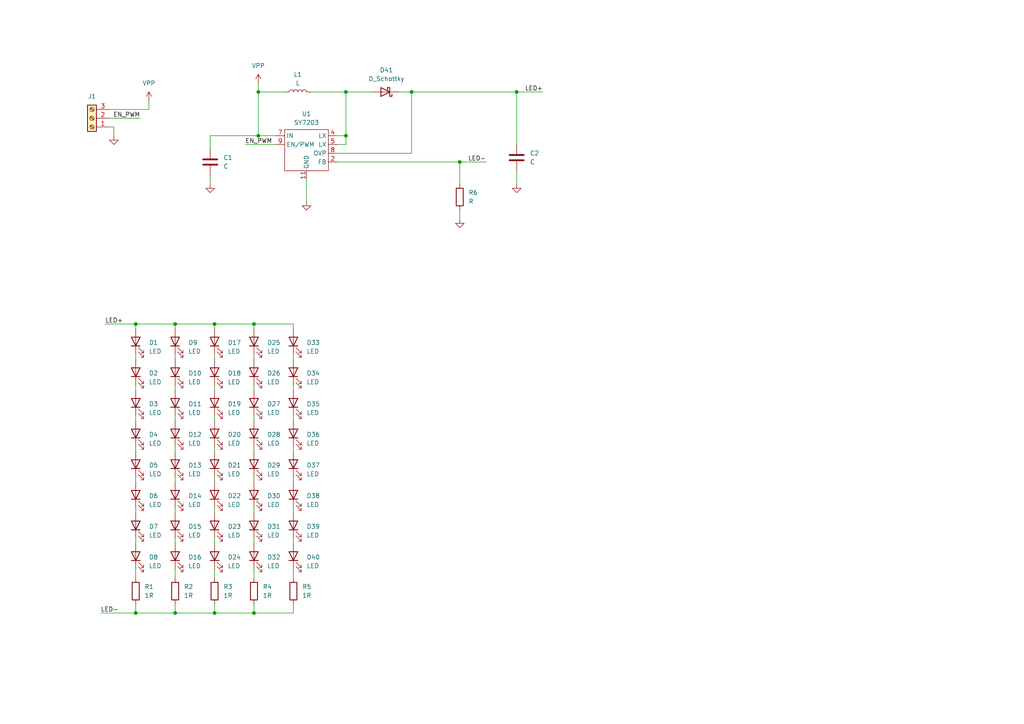
<source format=kicad_sch>
(kicad_sch (version 20231120) (generator "eeschema") (generator_version "8.0")
  (paper "A4")
  (lib_symbols
    (symbol "Connector:Screw_Terminal_01x03" (pin_names (offset 1.016) hide)
      (property "Reference" "J" (at 0 5.08 0))
      (property "Value" "Screw_Terminal_01x03" (at 0 -5.08 0))
      (symbol "Screw_Terminal_01x03_1_1"
        (rectangle (start -1.27 3.81) (end 1.27 -3.81) (stroke (width 0.254)) (fill (type background)))
        (circle (center 0 -2.54) (radius 0.635) (stroke (width 0.1524)))
        (polyline (pts (xy -0.5334 -2.2098) (xy 0.3302 -3.048)) (stroke (width 0.1524)))
        (polyline (pts (xy -0.5334 0.3302) (xy 0.3302 -0.508)) (stroke (width 0.1524)))
        (polyline (pts (xy -0.5334 2.8702) (xy 0.3302 2.032)) (stroke (width 0.1524)))
        (polyline (pts (xy -0.3556 -2.032) (xy 0.508 -2.8702)) (stroke (width 0.1524)))
        (polyline (pts (xy -0.3556 0.508) (xy 0.508 -0.3302)) (stroke (width 0.1524)))
        (polyline (pts (xy -0.3556 3.048) (xy 0.508 2.2098)) (stroke (width 0.1524)))
        (circle (center 0 0) (radius 0.635) (stroke (width 0.1524)))
        (circle (center 0 2.54) (radius 0.635) (stroke (width 0.1524)))
        (pin passive line (at -5.08 2.54 0) (length 3.81) (name "Pin_1") (number "1"))
        (pin passive line (at -5.08 0 0) (length 3.81) (name "Pin_2") (number "2"))
        (pin passive line (at -5.08 -2.54 0) (length 3.81) (name "Pin_3") (number "3"))
      )
    )
    (symbol "Device:C" (pin_numbers hide) (pin_names (offset 0.254))
      (property "Reference" "C" (at 0.635 2.54 0))
      (property "Value" "C" (at 0.635 -2.54 0))
      (symbol "C_0_1"
        (polyline (pts (xy -2.032 -0.762) (xy 2.032 -0.762)) (stroke (width 0.508)))
        (polyline (pts (xy -2.032 0.762) (xy 2.032 0.762)) (stroke (width 0.508)))
      )
      (symbol "C_1_1"
        (pin passive line (at 0 3.81 270) (length 2.794) (name "~") (number "1"))
        (pin passive line (at 0 -3.81 90) (length 2.794) (name "~") (number "2"))
      )
    )
    (symbol "Device:D_Schottky" (pin_numbers hide) (pin_names (offset 1.016) hide)
      (property "Reference" "D" (at 0 2.54 0))
      (property "Value" "D_Schottky" (at 0 -2.54 0))
      (symbol "D_Schottky_0_1"
        (polyline (pts (xy 1.27 0) (xy -1.27 0)))
        (polyline (pts (xy 1.27 1.27) (xy 1.27 -1.27) (xy -1.27 0) (xy 1.27 1.27)) (stroke (width 0.254)))
        (polyline (pts (xy -1.905 0.635) (xy -1.905 1.27) (xy -1.27 1.27) (xy -1.27 -1.27) (xy -0.635 -1.27) (xy -0.635 -0.635)) (stroke (width 0.254)))
      )
      (symbol "D_Schottky_1_1"
        (pin passive line (at -3.81 0 0) (length 2.54) (name "K") (number "1"))
        (pin passive line (at 3.81 0 180) (length 2.54) (name "A") (number "2"))
      )
    )
    (symbol "Device:L" (pin_numbers hide) (pin_names (offset 1.016) hide)
      (property "Reference" "L" (at -1.27 0 90))
      (property "Value" "L" (at 1.905 0 90))
      (symbol "L_0_1"
        (arc (start 0 -2.54) (mid 0.6323 -1.905) (end 0 -1.27))
        (arc (start 0 -1.27) (mid 0.6323 -0.635) (end 0 0))
        (arc (start 0 0) (mid 0.6323 0.635) (end 0 1.27))
        (arc (start 0 1.27) (mid 0.6323 1.905) (end 0 2.54))
      )
      (symbol "L_1_1"
        (pin passive line (at 0 3.81 270) (length 1.27) (name "1") (number "1"))
        (pin passive line (at 0 -3.81 90) (length 1.27) (name "2") (number "2"))
      )
    )
    (symbol "Device:LED" (pin_numbers hide) (pin_names (offset 1.016) hide)
      (property "Reference" "D" (at 0 2.54 0))
      (property "Value" "LED" (at 0 -2.54 0))
      (symbol "LED_0_1"
        (polyline (pts (xy -1.27 -1.27) (xy -1.27 1.27)) (stroke (width 0.254)))
        (polyline (pts (xy -1.27 0) (xy 1.27 0)))
        (polyline (pts (xy 1.27 -1.27) (xy 1.27 1.27) (xy -1.27 0) (xy 1.27 -1.27)) (stroke (width 0.254)))
        (polyline (pts (xy -3.048 -0.762) (xy -4.572 -2.286) (xy -3.81 -2.286) (xy -4.572 -2.286) (xy -4.572 -1.524)))
        (polyline (pts (xy -1.778 -0.762) (xy -3.302 -2.286) (xy -2.54 -2.286) (xy -3.302 -2.286) (xy -3.302 -1.524)))
      )
      (symbol "LED_1_1"
        (pin passive line (at -3.81 0 0) (length 2.54) (name "K") (number "1"))
        (pin passive line (at 3.81 0 180) (length 2.54) (name "A") (number "2"))
      )
    )
    (symbol "Device:R" (pin_numbers hide) (pin_names (offset 0))
      (property "Reference" "R" (at 2.032 0 90))
      (property "Value" "R" (at 0 0 90))
      (symbol "R_0_1"
        (rectangle (start -1.016 -2.54) (end 1.016 2.54) (stroke (width 0.254)))
      )
      (symbol "R_1_1"
        (pin passive line (at 0 3.81 270) (length 1.27) (name "~") (number "1"))
        (pin passive line (at 0 -3.81 90) (length 1.27) (name "~") (number "2"))
      )
    )
    (symbol "power:GND" (power) (pin_numbers hide) (pin_names (offset 0) hide)
      (property "Value" "GND" (at 0 -3.81 0))
      (symbol "GND_0_1"
        (polyline (pts (xy 0 0) (xy 0 -1.27) (xy 1.27 -1.27) (xy 0 -2.54) (xy -1.27 -1.27) (xy 0 -1.27)))
      )
      (symbol "GND_1_1"
        (pin power_in line (at 0 0 270) (length 0) (name "~") (number "1"))
      )
    )
    (symbol "power:VPP" (power) (pin_numbers hide) (pin_names (offset 0) hide)
      (property "Value" "VPP" (at 0 3.556 0))
      (symbol "VPP_0_1"
        (polyline (pts (xy -0.762 1.27) (xy 0 2.54)))
        (polyline (pts (xy 0 0) (xy 0 2.54)))
        (polyline (pts (xy 0 2.54) (xy 0.762 1.27)))
      )
      (symbol "VPP_1_1"
        (pin power_in line (at 0 0 90) (length 0) (name "~") (number "1"))
      )
    )
    (symbol "project-symbols:SY7203"
      (property "Reference" "U" (at 3.556 7.366 0))
      (property "Value" "SY7203" (at 4.064 -7.874 0))
      (symbol "SY7203_0_1"
        (rectangle (start -6.35 5.588) (end 6.35 -6.35))
      )
      (symbol "SY7203_1_1"
        (pin power_in line (at 0 -8.89 90) (length 2.54) (name "GND") (number "11"))
        (pin input line (at 8.89 -3.81 180) (length 2.54) (name "FB") (number "2"))
        (pin power_out line (at 8.89 3.81 180) (length 2.54) (name "LX") (number "4"))
        (pin power_out line (at 8.89 1.27 180) (length 2.54) (name "LX") (number "5"))
        (pin power_in line (at -8.89 3.81 0) (length 2.54) (name "IN") (number "7"))
        (pin input line (at 8.89 -1.27 180) (length 2.54) (name "OVP") (number "8"))
        (pin input line (at -8.89 1.27 0) (length 2.54) (name "EN/PWM") (number "9"))
      )
    )
  )
  (junction (at 50.8 93.98))
  (junction (at 74.93 26.67))
  (junction (at 119.38 26.67))
  (junction (at 73.66 93.98))
  (junction (at 39.37 93.98))
  (junction (at 100.33 39.37))
  (junction (at 62.23 93.98))
  (junction (at 133.35 46.99))
  (junction (at 149.86 26.67))
  (junction (at 74.93 39.37))
  (junction (at 100.33 26.67))
  (junction (at 50.8 177.8))
  (junction (at 73.66 177.8))
  (junction (at 62.23 177.8))
  (junction (at 39.37 177.8))
  (wire (pts (xy 50.8 102.87) (xy 50.8 104.14)))
  (wire (pts (xy 39.37 156.21) (xy 39.37 157.48)))
  (wire (pts (xy 62.23 177.8) (xy 62.23 175.26)))
  (wire (pts (xy 133.35 46.99) (xy 140.97 46.99)))
  (wire (pts (xy 73.66 93.98) (xy 73.66 95.25)))
  (wire (pts (xy 73.66 156.21) (xy 73.66 157.48)))
  (wire (pts (xy 33.02 36.83) (xy 33.02 39.37)))
  (wire (pts (xy 90.17 26.67) (xy 100.33 26.67)))
  (wire (pts (xy 39.37 102.87) (xy 39.37 104.14)))
  (wire (pts (xy 50.8 165.1) (xy 50.8 167.64)))
  (wire (pts (xy 43.18 29.21) (xy 43.18 31.75)))
  (wire (pts (xy 39.37 93.98) (xy 39.37 95.25)))
  (wire (pts (xy 62.23 93.98) (xy 73.66 93.98)))
  (wire (pts (xy 73.66 120.65) (xy 73.66 121.92)))
  (wire (pts (xy 62.23 177.8) (xy 73.66 177.8)))
  (wire (pts (xy 39.37 165.1) (xy 39.37 167.64)))
  (wire (pts (xy 50.8 93.98) (xy 50.8 95.25)))
  (wire (pts (xy 85.09 147.32) (xy 85.09 148.59)))
  (wire (pts (xy 62.23 165.1) (xy 62.23 167.64)))
  (wire (pts (xy 50.8 177.8) (xy 50.8 175.26)))
  (wire (pts (xy 85.09 129.54) (xy 85.09 130.81)))
  (wire (pts (xy 39.37 177.8) (xy 39.37 175.26)))
  (wire (pts (xy 100.33 26.67) (xy 100.33 39.37)))
  (wire (pts (xy 73.66 177.8) (xy 73.66 175.26)))
  (wire (pts (xy 133.35 46.99) (xy 133.35 53.34)))
  (wire (pts (xy 30.48 93.98) (xy 39.37 93.98)))
  (wire (pts (xy 60.96 43.18) (xy 60.96 39.37)))
  (wire (pts (xy 85.09 156.21) (xy 85.09 157.48)))
  (wire (pts (xy 85.09 138.43) (xy 85.09 139.7)))
  (wire (pts (xy 119.38 26.67) (xy 119.38 44.45)))
  (wire (pts (xy 39.37 111.76) (xy 39.37 113.03)))
  (wire (pts (xy 149.86 26.67) (xy 157.48 26.67)))
  (wire (pts (xy 62.23 156.21) (xy 62.23 157.48)))
  (wire (pts (xy 74.93 39.37) (xy 80.01 39.37)))
  (wire (pts (xy 31.75 31.75) (xy 43.18 31.75)))
  (wire (pts (xy 60.96 39.37) (xy 74.93 39.37)))
  (wire (pts (xy 31.75 36.83) (xy 33.02 36.83)))
  (wire (pts (xy 85.09 93.98) (xy 85.09 95.25)))
  (wire (pts (xy 39.37 138.43) (xy 39.37 139.7)))
  (wire (pts (xy 62.23 102.87) (xy 62.23 104.14)))
  (wire (pts (xy 50.8 156.21) (xy 50.8 157.48)))
  (wire (pts (xy 31.75 34.29) (xy 40.64 34.29)))
  (wire (pts (xy 73.66 102.87) (xy 73.66 104.14)))
  (wire (pts (xy 62.23 111.76) (xy 62.23 113.03)))
  (wire (pts (xy 100.33 26.67) (xy 107.95 26.67)))
  (wire (pts (xy 119.38 26.67) (xy 149.86 26.67)))
  (wire (pts (xy 62.23 120.65) (xy 62.23 121.92)))
  (wire (pts (xy 50.8 138.43) (xy 50.8 139.7)))
  (wire (pts (xy 62.23 147.32) (xy 62.23 148.59)))
  (wire (pts (xy 73.66 129.54) (xy 73.66 130.81)))
  (wire (pts (xy 62.23 138.43) (xy 62.23 139.7)))
  (wire (pts (xy 85.09 120.65) (xy 85.09 121.92)))
  (wire (pts (xy 73.66 177.8) (xy 85.09 177.8)))
  (wire (pts (xy 115.57 26.67) (xy 119.38 26.67)))
  (wire (pts (xy 119.38 44.45) (xy 97.79 44.45)))
  (wire (pts (xy 50.8 177.8) (xy 62.23 177.8)))
  (wire (pts (xy 73.66 93.98) (xy 85.09 93.98)))
  (wire (pts (xy 39.37 147.32) (xy 39.37 148.59)))
  (wire (pts (xy 73.66 165.1) (xy 73.66 167.64)))
  (wire (pts (xy 97.79 39.37) (xy 100.33 39.37)))
  (wire (pts (xy 82.55 26.67) (xy 74.93 26.67)))
  (wire (pts (xy 50.8 120.65) (xy 50.8 121.92)))
  (wire (pts (xy 133.35 60.96) (xy 133.35 63.5)))
  (wire (pts (xy 73.66 138.43) (xy 73.66 139.7)))
  (wire (pts (xy 74.93 24.13) (xy 74.93 26.67)))
  (wire (pts (xy 85.09 102.87) (xy 85.09 104.14)))
  (wire (pts (xy 39.37 93.98) (xy 50.8 93.98)))
  (wire (pts (xy 62.23 93.98) (xy 62.23 95.25)))
  (wire (pts (xy 39.37 177.8) (xy 50.8 177.8)))
  (wire (pts (xy 39.37 120.65) (xy 39.37 121.92)))
  (wire (pts (xy 85.09 177.8) (xy 85.09 175.26)))
  (wire (pts (xy 73.66 147.32) (xy 73.66 148.59)))
  (wire (pts (xy 97.79 41.91) (xy 100.33 41.91)))
  (wire (pts (xy 50.8 93.98) (xy 62.23 93.98)))
  (wire (pts (xy 71.12 41.91) (xy 80.01 41.91)))
  (wire (pts (xy 29.21 177.8) (xy 39.37 177.8)))
  (wire (pts (xy 100.33 39.37) (xy 100.33 41.91)))
  (wire (pts (xy 85.09 165.1) (xy 85.09 167.64)))
  (wire (pts (xy 50.8 147.32) (xy 50.8 148.59)))
  (wire (pts (xy 60.96 50.8) (xy 60.96 53.34)))
  (wire (pts (xy 62.23 129.54) (xy 62.23 130.81)))
  (wire (pts (xy 149.86 49.53) (xy 149.86 53.34)))
  (wire (pts (xy 39.37 129.54) (xy 39.37 130.81)))
  (wire (pts (xy 85.09 111.76) (xy 85.09 113.03)))
  (wire (pts (xy 74.93 26.67) (xy 74.93 39.37)))
  (wire (pts (xy 50.8 129.54) (xy 50.8 130.81)))
  (wire (pts (xy 73.66 111.76) (xy 73.66 113.03)))
  (wire (pts (xy 50.8 111.76) (xy 50.8 113.03)))
  (wire (pts (xy 88.9 52.07) (xy 88.9 58.42)))
  (wire (pts (xy 149.86 41.91) (xy 149.86 26.67)))
  (wire (pts (xy 97.79 46.99) (xy 133.35 46.99)))
  (label "LED+" (at 157.48 26.67 180))
  (label "LED-" (at 29.21 177.8 0))
  (label "EN_PWM" (at 71.12 41.91 0))
  (label "LED+" (at 30.48 93.98 0))
  (label "LED-" (at 140.97 46.99 180))
  (label "EN_PWM" (at 40.64 34.29 180))
  (symbol (lib_id "Connector:Screw_Terminal_01x03") (at 26.67 34.29 180) (unit 1)
    (property "Reference" "J1" (at 26.67 27.94 0))
    (property "Value" "Screw_Terminal_01x03" (effects (hide yes)))
    (property "Footprint" "Connector_PinHeader_2.54mm:PinHeader_1x03_P2.54mm_Vertical_SMD_Pin1Left" (effects (hide yes)))
    (property "Description" "Generic screw terminal, single row, 01x03, script generated (kicad-library-utils/schlib/autogen/connector/)" (effects (hide yes)))
  )
  (symbol (lib_id "Device:LED") (at 85.09 161.29 90) (unit 1)
    (property "Reference" "D40" (at 88.9 161.6074 90) (effects (justify right)))
    (property "Value" "LED" (at 88.9 164.1474 90) (effects (justify right)))
    (property "Footprint" "LED_SMD:LED_PLCC_2835" (effects (hide yes)))
    (property "Description" "Light emitting diode" (effects (hide yes)))
  )
  (symbol (lib_id "Device:LED") (at 73.66 99.06 90) (unit 1)
    (property "Reference" "D25" (at 77.47 99.3774 90) (effects (justify right)))
    (property "Value" "LED" (at 77.47 101.9174 90) (effects (justify right)))
    (property "Footprint" "LED_SMD:LED_PLCC_2835" (effects (hide yes)))
    (property "Description" "Light emitting diode" (effects (hide yes)))
  )
  (symbol (lib_id "Device:LED") (at 39.37 134.62 90) (unit 1)
    (property "Reference" "D5" (at 43.18 134.9374 90) (effects (justify right)))
    (property "Value" "LED" (at 43.18 137.4774 90) (effects (justify right)))
    (property "Footprint" "LED_SMD:LED_PLCC_2835" (effects (hide yes)))
    (property "Description" "Light emitting diode" (effects (hide yes)))
  )
  (symbol (lib_id "Device:LED") (at 85.09 134.62 90) (unit 1)
    (property "Reference" "D37" (at 88.9 134.9374 90) (effects (justify right)))
    (property "Value" "LED" (at 88.9 137.4774 90) (effects (justify right)))
    (property "Footprint" "LED_SMD:LED_PLCC_2835" (effects (hide yes)))
    (property "Description" "Light emitting diode" (effects (hide yes)))
  )
  (symbol (lib_id "Device:LED") (at 50.8 143.51 90) (unit 1)
    (property "Reference" "D14" (at 54.61 143.8274 90) (effects (justify right)))
    (property "Value" "LED" (at 54.61 146.3674 90) (effects (justify right)))
    (property "Footprint" "LED_SMD:LED_PLCC_2835" (effects (hide yes)))
    (property "Description" "Light emitting diode" (effects (hide yes)))
  )
  (symbol (lib_id "Device:LED") (at 39.37 116.84 90) (unit 1)
    (property "Reference" "D3" (at 43.18 117.1574 90) (effects (justify right)))
    (property "Value" "LED" (at 43.18 119.6974 90) (effects (justify right)))
    (property "Footprint" "LED_SMD:LED_PLCC_2835" (effects (hide yes)))
    (property "Description" "Light emitting diode" (effects (hide yes)))
  )
  (symbol (lib_id "Device:R") (at 62.23 171.45 0) (unit 1)
    (property "Reference" "R3" (at 64.77 170.1799 0) (effects (justify left)))
    (property "Value" "1R" (at 64.77 172.7199 0) (effects (justify left)))
    (property "Footprint" "Resistor_SMD:R_0805_2012Metric" (effects (hide yes)))
    (property "Description" "Resistor" (effects (hide yes)))
  )
  (symbol (lib_id "Device:LED") (at 39.37 99.06 90) (unit 1)
    (property "Reference" "D1" (at 43.18 99.3774 90) (effects (justify right)))
    (property "Value" "LED" (at 43.18 101.9174 90) (effects (justify right)))
    (property "Footprint" "LED_SMD:LED_PLCC_2835" (effects (hide yes)))
    (property "Description" "Light emitting diode" (effects (hide yes)))
  )
  (symbol (lib_id "Device:L") (at 86.36 26.67 90) (unit 1)
    (property "Reference" "L1" (at 86.36 21.59 90))
    (property "Value" "L" (at 86.36 24.13 90))
    (property "Footprint" "Inductor_SMD:L_Chilisin_BMRx00060630" (effects (hide yes)))
    (property "Description" "Inductor" (effects (hide yes)))
  )
  (symbol (lib_id "Device:LED") (at 39.37 107.95 90) (unit 1)
    (property "Reference" "D2" (at 43.18 108.2674 90) (effects (justify right)))
    (property "Value" "LED" (at 43.18 110.8074 90) (effects (justify right)))
    (property "Footprint" "LED_SMD:LED_PLCC_2835" (effects (hide yes)))
    (property "Description" "Light emitting diode" (effects (hide yes)))
  )
  (symbol (lib_id "power:GND") (at 133.35 63.5 0) (unit 1)
    (property "Reference" "#PWR06" (effects (hide yes)))
    (property "Value" "GND" (effects (hide yes)))
    (property "Description" "Power symbol creates a global label with name \"GND\" , ground" (effects (hide yes)))
  )
  (symbol (lib_id "project-symbols:SY7203") (at 88.9 43.18 0) (unit 1)
    (property "Reference" "U1" (at 88.9 33.02 0))
    (property "Value" "SY7203" (at 88.9 35.56 0))
    (property "Footprint" "Package_DFN_QFN:DFN-10-1EP_3x3mm_P0.5mm_EP1.75x2.7mm" (effects (hide yes)))
    (property "Datasheet" "https://www.lcsc.com/datasheet/lcsc_datasheet_1804162155_Silergy-Corp-SY7203DBC_C125894.pdf" (effects (hide yes)))
    (property "Description" "30V High Current Boost LED Driver" (effects (hide yes)))
  )
  (symbol (lib_id "Device:LED") (at 85.09 99.06 90) (unit 1)
    (property "Reference" "D33" (at 88.9 99.3774 90) (effects (justify right)))
    (property "Value" "LED" (at 88.9 101.9174 90) (effects (justify right)))
    (property "Footprint" "LED_SMD:LED_PLCC_2835" (effects (hide yes)))
    (property "Description" "Light emitting diode" (effects (hide yes)))
  )
  (symbol (lib_id "Device:LED") (at 73.66 134.62 90) (unit 1)
    (property "Reference" "D29" (at 77.47 134.9374 90) (effects (justify right)))
    (property "Value" "LED" (at 77.47 137.4774 90) (effects (justify right)))
    (property "Footprint" "LED_SMD:LED_PLCC_2835" (effects (hide yes)))
    (property "Description" "Light emitting diode" (effects (hide yes)))
  )
  (symbol (lib_id "Device:D_Schottky") (at 111.76 26.67 180) (unit 1)
    (property "Reference" "D41" (at 112.0775 20.32 0))
    (property "Value" "D_Schottky" (at 112.0775 22.86 0))
    (property "Footprint" "Diode_SMD:D_SMA" (effects (hide yes)))
    (property "Description" "Schottky diode" (effects (hide yes)))
  )
  (symbol (lib_id "Device:LED") (at 73.66 161.29 90) (unit 1)
    (property "Reference" "D32" (at 77.47 161.6074 90) (effects (justify right)))
    (property "Value" "LED" (at 77.47 164.1474 90) (effects (justify right)))
    (property "Footprint" "LED_SMD:LED_PLCC_2835" (effects (hide yes)))
    (property "Description" "Light emitting diode" (effects (hide yes)))
  )
  (symbol (lib_id "Device:LED") (at 73.66 125.73 90) (unit 1)
    (property "Reference" "D28" (at 77.47 126.0474 90) (effects (justify right)))
    (property "Value" "LED" (at 77.47 128.5874 90) (effects (justify right)))
    (property "Footprint" "LED_SMD:LED_PLCC_2835" (effects (hide yes)))
    (property "Description" "Light emitting diode" (effects (hide yes)))
  )
  (symbol (lib_id "power:GND") (at 149.86 53.34 0) (unit 1)
    (property "Reference" "#PWR07" (effects (hide yes)))
    (property "Value" "GND" (effects (hide yes)))
    (property "Description" "Power symbol creates a global label with name \"GND\" , ground" (effects (hide yes)))
  )
  (symbol (lib_id "Device:LED") (at 39.37 125.73 90) (unit 1)
    (property "Reference" "D4" (at 43.18 126.0474 90) (effects (justify right)))
    (property "Value" "LED" (at 43.18 128.5874 90) (effects (justify right)))
    (property "Footprint" "LED_SMD:LED_PLCC_2835" (effects (hide yes)))
    (property "Description" "Light emitting diode" (effects (hide yes)))
  )
  (symbol (lib_id "Device:LED") (at 85.09 152.4 90) (unit 1)
    (property "Reference" "D39" (at 88.9 152.7174 90) (effects (justify right)))
    (property "Value" "LED" (at 88.9 155.2574 90) (effects (justify right)))
    (property "Footprint" "LED_SMD:LED_PLCC_2835" (effects (hide yes)))
    (property "Description" "Light emitting diode" (effects (hide yes)))
  )
  (symbol (lib_id "Device:R") (at 73.66 171.45 0) (unit 1)
    (property "Reference" "R4" (at 76.2 170.1799 0) (effects (justify left)))
    (property "Value" "1R" (at 76.2 172.7199 0) (effects (justify left)))
    (property "Footprint" "Resistor_SMD:R_0805_2012Metric" (effects (hide yes)))
    (property "Description" "Resistor" (effects (hide yes)))
  )
  (symbol (lib_id "Device:LED") (at 73.66 143.51 90) (unit 1)
    (property "Reference" "D30" (at 77.47 143.8274 90) (effects (justify right)))
    (property "Value" "LED" (at 77.47 146.3674 90) (effects (justify right)))
    (property "Footprint" "LED_SMD:LED_PLCC_2835" (effects (hide yes)))
    (property "Description" "Light emitting diode" (effects (hide yes)))
  )
  (symbol (lib_id "Device:R") (at 133.35 57.15 0) (unit 1)
    (property "Reference" "R6" (at 135.89 55.8799 0) (effects (justify left)))
    (property "Value" "R" (at 135.89 58.4199 0) (effects (justify left)))
    (property "Footprint" "Resistor_SMD:R_0805_2012Metric" (effects (hide yes)))
    (property "Description" "Resistor" (effects (hide yes)))
  )
  (symbol (lib_id "power:GND") (at 33.02 39.37 0) (unit 1)
    (property "Reference" "#PWR01" (effects (hide yes)))
    (property "Value" "GND" (effects (hide yes)))
    (property "Description" "Power symbol creates a global label with name \"GND\" , ground" (effects (hide yes)))
  )
  (symbol (lib_id "Device:LED") (at 39.37 152.4 90) (unit 1)
    (property "Reference" "D7" (at 43.18 152.7174 90) (effects (justify right)))
    (property "Value" "LED" (at 43.18 155.2574 90) (effects (justify right)))
    (property "Footprint" "LED_SMD:LED_PLCC_2835" (effects (hide yes)))
    (property "Description" "Light emitting diode" (effects (hide yes)))
  )
  (symbol (lib_id "power:GND") (at 60.96 53.34 0) (unit 1)
    (property "Reference" "#PWR03" (effects (hide yes)))
    (property "Value" "GND" (effects (hide yes)))
    (property "Description" "Power symbol creates a global label with name \"GND\" , ground" (effects (hide yes)))
  )
  (symbol (lib_id "Device:LED") (at 50.8 99.06 90) (unit 1)
    (property "Reference" "D9" (at 54.61 99.3774 90) (effects (justify right)))
    (property "Value" "LED" (at 54.61 101.9174 90) (effects (justify right)))
    (property "Footprint" "LED_SMD:LED_PLCC_2835" (effects (hide yes)))
    (property "Description" "Light emitting diode" (effects (hide yes)))
  )
  (symbol (lib_id "Device:R") (at 50.8 171.45 0) (unit 1)
    (property "Reference" "R2" (at 53.34 170.1799 0) (effects (justify left)))
    (property "Value" "1R" (at 53.34 172.7199 0) (effects (justify left)))
    (property "Footprint" "Resistor_SMD:R_0805_2012Metric" (effects (hide yes)))
    (property "Description" "Resistor" (effects (hide yes)))
  )
  (symbol (lib_id "Device:LED") (at 50.8 107.95 90) (unit 1)
    (property "Reference" "D10" (at 54.61 108.2674 90) (effects (justify right)))
    (property "Value" "LED" (at 54.61 110.8074 90) (effects (justify right)))
    (property "Footprint" "LED_SMD:LED_PLCC_2835" (effects (hide yes)))
    (property "Description" "Light emitting diode" (effects (hide yes)))
  )
  (symbol (lib_id "Device:LED") (at 85.09 116.84 90) (unit 1)
    (property "Reference" "D35" (at 88.9 117.1574 90) (effects (justify right)))
    (property "Value" "LED" (at 88.9 119.6974 90) (effects (justify right)))
    (property "Footprint" "LED_SMD:LED_PLCC_2835" (effects (hide yes)))
    (property "Description" "Light emitting diode" (effects (hide yes)))
  )
  (symbol (lib_id "Device:LED") (at 73.66 116.84 90) (unit 1)
    (property "Reference" "D27" (at 77.47 117.1574 90) (effects (justify right)))
    (property "Value" "LED" (at 77.47 119.6974 90) (effects (justify right)))
    (property "Footprint" "LED_SMD:LED_PLCC_2835" (effects (hide yes)))
    (property "Description" "Light emitting diode" (effects (hide yes)))
  )
  (symbol (lib_id "Device:LED") (at 50.8 116.84 90) (unit 1)
    (property "Reference" "D11" (at 54.61 117.1574 90) (effects (justify right)))
    (property "Value" "LED" (at 54.61 119.6974 90) (effects (justify right)))
    (property "Footprint" "LED_SMD:LED_PLCC_2835" (effects (hide yes)))
    (property "Description" "Light emitting diode" (effects (hide yes)))
  )
  (symbol (lib_id "Device:R") (at 39.37 171.45 0) (unit 1)
    (property "Reference" "R1" (at 41.91 170.1799 0) (effects (justify left)))
    (property "Value" "1R" (at 41.91 172.7199 0) (effects (justify left)))
    (property "Footprint" "Resistor_SMD:R_0805_2012Metric" (effects (hide yes)))
    (property "Description" "Resistor" (effects (hide yes)))
  )
  (symbol (lib_id "Device:C") (at 60.96 46.99 0) (unit 1)
    (property "Reference" "C1" (at 64.77 45.7199 0) (effects (justify left)))
    (property "Value" "C" (at 64.77 48.2599 0) (effects (justify left)))
    (property "Footprint" "Capacitor_SMD:C_0805_2012Metric" (effects (hide yes)))
    (property "Description" "Unpolarized capacitor" (effects (hide yes)))
  )
  (symbol (lib_id "Device:LED") (at 62.23 116.84 90) (unit 1)
    (property "Reference" "D19" (at 66.04 117.1574 90) (effects (justify right)))
    (property "Value" "LED" (at 66.04 119.6974 90) (effects (justify right)))
    (property "Footprint" "LED_SMD:LED_PLCC_2835" (effects (hide yes)))
    (property "Description" "Light emitting diode" (effects (hide yes)))
  )
  (symbol (lib_id "power:VPP") (at 74.93 24.13 0) (unit 1)
    (property "Reference" "#PWR04" (effects (hide yes)))
    (property "Value" "VPP" (at 74.93 19.05 0))
    (property "Description" "Power symbol creates a global label with name \"VPP\"" (effects (hide yes)))
  )
  (symbol (lib_id "Device:LED") (at 62.23 152.4 90) (unit 1)
    (property "Reference" "D23" (at 66.04 152.7174 90) (effects (justify right)))
    (property "Value" "LED" (at 66.04 155.2574 90) (effects (justify right)))
    (property "Footprint" "LED_SMD:LED_PLCC_2835" (effects (hide yes)))
    (property "Description" "Light emitting diode" (effects (hide yes)))
  )
  (symbol (lib_id "Device:LED") (at 62.23 161.29 90) (unit 1)
    (property "Reference" "D24" (at 66.04 161.6074 90) (effects (justify right)))
    (property "Value" "LED" (at 66.04 164.1474 90) (effects (justify right)))
    (property "Footprint" "LED_SMD:LED_PLCC_2835" (effects (hide yes)))
    (property "Description" "Light emitting diode" (effects (hide yes)))
  )
  (symbol (lib_id "Device:LED") (at 85.09 143.51 90) (unit 1)
    (property "Reference" "D38" (at 88.9 143.8274 90) (effects (justify right)))
    (property "Value" "LED" (at 88.9 146.3674 90) (effects (justify right)))
    (property "Footprint" "LED_SMD:LED_PLCC_2835" (effects (hide yes)))
    (property "Description" "Light emitting diode" (effects (hide yes)))
  )
  (symbol (lib_id "Device:LED") (at 39.37 161.29 90) (unit 1)
    (property "Reference" "D8" (at 43.18 161.6074 90) (effects (justify right)))
    (property "Value" "LED" (at 43.18 164.1474 90) (effects (justify right)))
    (property "Footprint" "LED_SMD:LED_PLCC_2835" (effects (hide yes)))
    (property "Description" "Light emitting diode" (effects (hide yes)))
  )
  (symbol (lib_id "Device:LED") (at 50.8 152.4 90) (unit 1)
    (property "Reference" "D15" (at 54.61 152.7174 90) (effects (justify right)))
    (property "Value" "LED" (at 54.61 155.2574 90) (effects (justify right)))
    (property "Footprint" "LED_SMD:LED_PLCC_2835" (effects (hide yes)))
    (property "Description" "Light emitting diode" (effects (hide yes)))
  )
  (symbol (lib_id "Device:LED") (at 50.8 161.29 90) (unit 1)
    (property "Reference" "D16" (at 54.61 161.6074 90) (effects (justify right)))
    (property "Value" "LED" (at 54.61 164.1474 90) (effects (justify right)))
    (property "Footprint" "LED_SMD:LED_PLCC_2835" (effects (hide yes)))
    (property "Description" "Light emitting diode" (effects (hide yes)))
  )
  (symbol (lib_id "power:GND") (at 88.9 58.42 0) (unit 1)
    (property "Reference" "#PWR05" (effects (hide yes)))
    (property "Value" "GND" (effects (hide yes)))
    (property "Description" "Power symbol creates a global label with name \"GND\" , ground" (effects (hide yes)))
  )
  (symbol (lib_id "Device:LED") (at 62.23 125.73 90) (unit 1)
    (property "Reference" "D20" (at 66.04 126.0474 90) (effects (justify right)))
    (property "Value" "LED" (at 66.04 128.5874 90) (effects (justify right)))
    (property "Footprint" "LED_SMD:LED_PLCC_2835" (effects (hide yes)))
    (property "Description" "Light emitting diode" (effects (hide yes)))
  )
  (symbol (lib_id "Device:LED") (at 50.8 134.62 90) (unit 1)
    (property "Reference" "D13" (at 54.61 134.9374 90) (effects (justify right)))
    (property "Value" "LED" (at 54.61 137.4774 90) (effects (justify right)))
    (property "Footprint" "LED_SMD:LED_PLCC_2835" (effects (hide yes)))
    (property "Description" "Light emitting diode" (effects (hide yes)))
  )
  (symbol (lib_id "Device:LED") (at 73.66 152.4 90) (unit 1)
    (property "Reference" "D31" (at 77.47 152.7174 90) (effects (justify right)))
    (property "Value" "LED" (at 77.47 155.2574 90) (effects (justify right)))
    (property "Footprint" "LED_SMD:LED_PLCC_2835" (effects (hide yes)))
    (property "Description" "Light emitting diode" (effects (hide yes)))
  )
  (symbol (lib_id "Device:LED") (at 62.23 134.62 90) (unit 1)
    (property "Reference" "D21" (at 66.04 134.9374 90) (effects (justify right)))
    (property "Value" "LED" (at 66.04 137.4774 90) (effects (justify right)))
    (property "Footprint" "LED_SMD:LED_PLCC_2835" (effects (hide yes)))
    (property "Description" "Light emitting diode" (effects (hide yes)))
  )
  (symbol (lib_id "Device:LED") (at 73.66 107.95 90) (unit 1)
    (property "Reference" "D26" (at 77.47 108.2674 90) (effects (justify right)))
    (property "Value" "LED" (at 77.47 110.8074 90) (effects (justify right)))
    (property "Footprint" "LED_SMD:LED_PLCC_2835" (effects (hide yes)))
    (property "Description" "Light emitting diode" (effects (hide yes)))
  )
  (symbol (lib_id "Device:R") (at 85.09 171.45 0) (unit 1)
    (property "Reference" "R5" (at 87.63 170.1799 0) (effects (justify left)))
    (property "Value" "1R" (at 87.63 172.7199 0) (effects (justify left)))
    (property "Footprint" "Resistor_SMD:R_0805_2012Metric" (effects (hide yes)))
    (property "Description" "Resistor" (effects (hide yes)))
  )
  (symbol (lib_id "Device:LED") (at 50.8 125.73 90) (unit 1)
    (property "Reference" "D12" (at 54.61 126.0474 90) (effects (justify right)))
    (property "Value" "LED" (at 54.61 128.5874 90) (effects (justify right)))
    (property "Footprint" "LED_SMD:LED_PLCC_2835" (effects (hide yes)))
    (property "Description" "Light emitting diode" (effects (hide yes)))
  )
  (symbol (lib_id "Device:LED") (at 85.09 125.73 90) (unit 1)
    (property "Reference" "D36" (at 88.9 126.0474 90) (effects (justify right)))
    (property "Value" "LED" (at 88.9 128.5874 90) (effects (justify right)))
    (property "Footprint" "LED_SMD:LED_PLCC_2835" (effects (hide yes)))
    (property "Description" "Light emitting diode" (effects (hide yes)))
  )
  (symbol (lib_id "Device:LED") (at 62.23 143.51 90) (unit 1)
    (property "Reference" "D22" (at 66.04 143.8274 90) (effects (justify right)))
    (property "Value" "LED" (at 66.04 146.3674 90) (effects (justify right)))
    (property "Footprint" "LED_SMD:LED_PLCC_2835" (effects (hide yes)))
    (property "Description" "Light emitting diode" (effects (hide yes)))
  )
  (symbol (lib_id "power:VPP") (at 43.18 29.21 0) (unit 1)
    (property "Reference" "#PWR02" (effects (hide yes)))
    (property "Value" "VPP" (at 43.18 24.13 0))
    (property "Description" "Power symbol creates a global label with name \"VPP\"" (effects (hide yes)))
  )
  (symbol (lib_id "Device:LED") (at 39.37 143.51 90) (unit 1)
    (property "Reference" "D6" (at 43.18 143.8274 90) (effects (justify right)))
    (property "Value" "LED" (at 43.18 146.3674 90) (effects (justify right)))
    (property "Footprint" "LED_SMD:LED_PLCC_2835" (effects (hide yes)))
    (property "Description" "Light emitting diode" (effects (hide yes)))
  )
  (symbol (lib_id "Device:LED") (at 62.23 107.95 90) (unit 1)
    (property "Reference" "D18" (at 66.04 108.2674 90) (effects (justify right)))
    (property "Value" "LED" (at 66.04 110.8074 90) (effects (justify right)))
    (property "Footprint" "LED_SMD:LED_PLCC_2835" (effects (hide yes)))
    (property "Description" "Light emitting diode" (effects (hide yes)))
  )
  (symbol (lib_id "Device:LED") (at 62.23 99.06 90) (unit 1)
    (property "Reference" "D17" (at 66.04 99.3774 90) (effects (justify right)))
    (property "Value" "LED" (at 66.04 101.9174 90) (effects (justify right)))
    (property "Footprint" "LED_SMD:LED_PLCC_2835" (effects (hide yes)))
    (property "Description" "Light emitting diode" (effects (hide yes)))
  )
  (symbol (lib_id "Device:LED") (at 85.09 107.95 90) (unit 1)
    (property "Reference" "D34" (at 88.9 108.2674 90) (effects (justify right)))
    (property "Value" "LED" (at 88.9 110.8074 90) (effects (justify right)))
    (property "Footprint" "LED_SMD:LED_PLCC_2835" (effects (hide yes)))
    (property "Description" "Light emitting diode" (effects (hide yes)))
  )
  (symbol (lib_id "Device:C") (at 149.86 45.72 0) (unit 1)
    (property "Reference" "C2" (at 153.67 44.4499 0) (effects (justify left)))
    (property "Value" "C" (at 153.67 46.9899 0) (effects (justify left)))
    (property "Footprint" "Capacitor_SMD:C_0805_2012Metric" (effects (hide yes)))
    (property "Description" "Unpolarized capacitor" (effects (hide yes)))
  )
)
</source>
